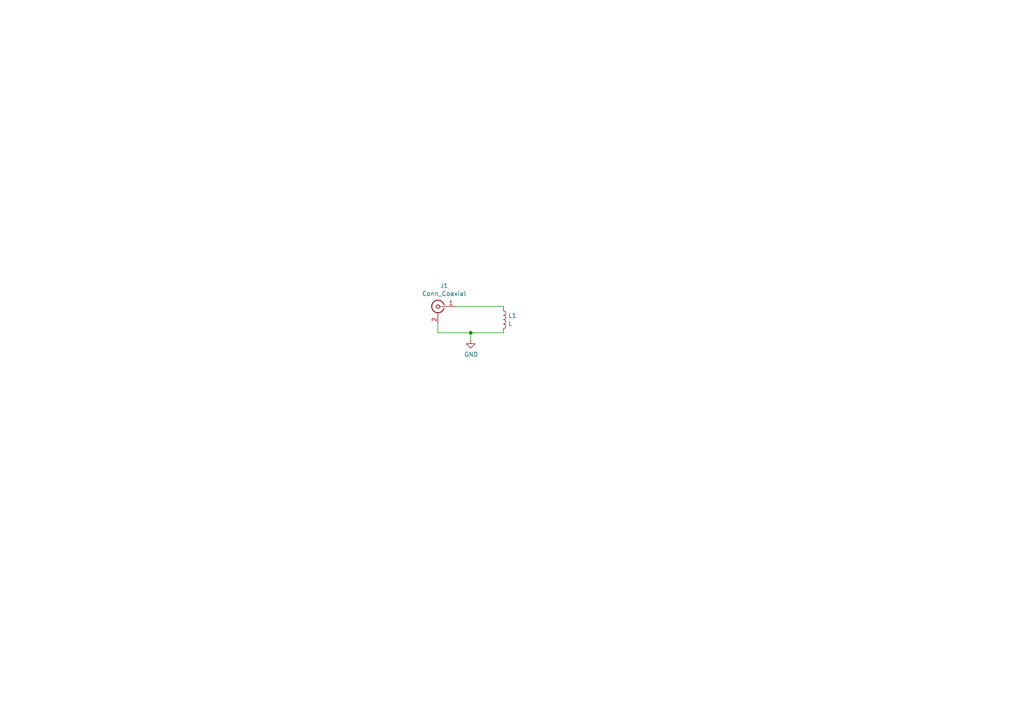
<source format=kicad_sch>
(kicad_sch (version 20211123) (generator eeschema)
  (paper "A4")
  (lib_symbols
    (symbol "Connector:Conn_Coaxial" (pin_names (offset 1.016) hide)
      (property "Reference" "J" (at 0.254 3.048 0))
      (property "Value" "Conn_Coaxial" (at 2.921 0 90))
      (symbol "Conn_Coaxial_0_1"
        (arc (start -1.778 -0.508) (mid 0.222 -1.808) (end 1.778 0) (stroke (width 0.254)))
        (polyline (pts (xy -2.54 0) (xy -0.508 0)))
        (polyline (pts (xy 0 -2.54) (xy 0 -1.778)))
        (circle (center 0 0) (radius 0.508) (stroke (width 0.2032)))
        (arc (start 1.778 0) (mid 0.2221 1.8083) (end -1.778 0.508) (stroke (width 0.254)))
      )
      (symbol "Conn_Coaxial_1_1"
        (pin passive line (at -5.08 0 0) (length 2.54) (name "In") (number "1"))
        (pin passive line (at 0 -5.08 90) (length 2.54) (name "Ext") (number "2"))
      )
    )
    (symbol "Device:L" (pin_numbers hide) (pin_names (offset 1.016) hide)
      (property "Reference" "L" (at -1.27 0 90))
      (property "Value" "L" (at 1.905 0 90))
      (symbol "L_0_1"
        (arc (start 0 -2.54) (mid 0.635 -1.905) (end 0 -1.27))
        (arc (start 0 -1.27) (mid 0.635 -0.635) (end 0 0))
        (arc (start 0 0) (mid 0.635 0.635) (end 0 1.27))
        (arc (start 0 1.27) (mid 0.635 1.905) (end 0 2.54))
      )
      (symbol "L_1_1"
        (pin passive line (at 0 3.81 270) (length 1.27) (name "1") (number "1"))
        (pin passive line (at 0 -3.81 90) (length 1.27) (name "2") (number "2"))
      )
    )
    (symbol "power:GND" (power) (pin_names (offset 0))
      (property "Value" "GND" (at 0 -3.81 0))
      (symbol "GND_0_1"
        (polyline (pts (xy 0 0) (xy 0 -1.27) (xy 1.27 -1.27) (xy 0 -2.54) (xy -1.27 -1.27) (xy 0 -1.27)))
      )
      (symbol "GND_1_1"
        (pin power_in line (at 0 0 270) (length 0) hide (name "GND") (number "1"))
      )
    )
  )
  (junction (at 136.525 96.52))
  (wire (pts (xy 136.525 98.425) (xy 136.525 96.52)))
  (wire (pts (xy 132.08 88.9) (xy 146.05 88.9)))
  (wire (pts (xy 127 96.52) (xy 136.525 96.52)))
  (wire (pts (xy 136.525 96.52) (xy 146.05 96.52)))
  (wire (pts (xy 127 93.98) (xy 127 96.52)))
  (symbol (lib_id "Connector:Conn_Coaxial") (at 127 88.9 0) (mirror y) (unit 1)
    (property "Reference" "J1" (at 128.8288 82.8548 0))
    (property "Value" "Conn_Coaxial" (at 128.8288 85.1662 0))
    (property "Footprint" "Connector_Coaxial:SMA_Amphenol_132203-12_Horizontal" (effects hide))
    (property "Datasheet" " ~" (effects hide))
  )
  (symbol (lib_id "Device:L") (at 146.05 92.71 0) (unit 1)
    (property "Reference" "L1" (at 147.3962 91.5416 0) (effects (justify left)))
    (property "Value" "L" (at 147.3962 93.853 0) (effects (justify left)))
    (property "Footprint" "L_Coil:L_Coil" (effects hide))
  )
  (symbol (lib_id "power:GND") (at 136.525 98.425 0) (unit 1)
    (property "Reference" "#PWR01" (effects hide))
    (property "Value" "GND" (at 136.652 102.8192 0))
  )
)
</source>
